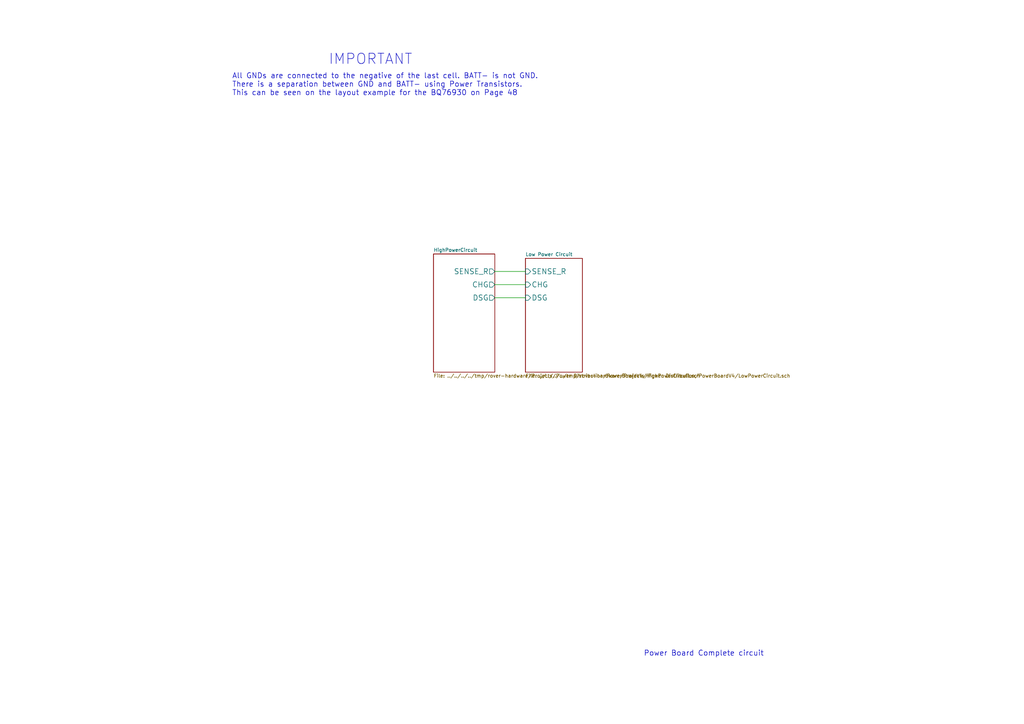
<source format=kicad_sch>
(kicad_sch (version 20230121) (generator eeschema)
  (paper "A4")
  (lib_symbols)
  (wire (pts (xy 143.51 86.36) (xy 152.4 86.36)))
  (wire (pts (xy 143.51 78.74) (xy 152.4 78.74)))
  (wire (pts (xy 143.51 82.55) (xy 152.4 82.55)))
  (text "All GNDs are connected to the negative of the last cell. BATT- is not GND. \nThere is a separation between GND and BATT- using Power Transistors. \nThis can be seen on the layout example for the BQ76930 on Page 48\n" (at 67.31 27.94 0) (effects (font (size 1.524 1.524)) (justify left bottom)))
  (text "IMPORTANT" (at 95.25 19.05 0) (effects (font (size 2.9972 2.9972)) (justify left bottom)))
  (text "Power Board Complete circuit" (at 186.69 190.5 0) (effects (font (size 1.524 1.524)) (justify left bottom)))
  (sheet (at 152.4 74.93) (size 16.51 33.02)
    (property "Sheetname" "Low Power Circuit " (at 152.4 74.3581 0) (effects (font (size 0.9906 0.9906)) (justify left bottom)))
    (property "Sheetfile" "../../../../tmp/rover-hardware/Projects/Power Distribution/PowerBoardV4/LowPowerCircuit.sch" (at 152.4 108.4228 0) (effects (font (size 0.9906 0.9906)) (justify left top)))
    (pin "SENSE_R" input (at 152.4 78.74 180) (effects (font (size 1.524 1.524))))
    (pin "CHG" input (at 152.4 82.55 180) (effects (font (size 1.524 1.524))))
    (pin "DSG" input (at 152.4 86.36 180) (effects (font (size 1.524 1.524))))
  )
  (sheet (at 125.73 73.66) (size 17.78 34.29)
    (property "Sheetname" "HighPowerCircuit" (at 125.73 73.0881 0) (effects (font (size 0.9906 0.9906)) (justify left bottom)))
    (property "Sheetfile" "../../../../tmp/rover-hardware/Projects/Power Distribution/PowerBoardV4/HighPowerCircuit.sch" (at 125.73 108.4228 0) (effects (font (size 0.9906 0.9906)) (justify left top)))
    (pin "SENSE_R" output (at 143.51 78.74 0) (effects (font (size 1.524 1.524))))
    (pin "CHG" output (at 143.51 82.55 0) (effects (font (size 1.524 1.524))))
    (pin "DSG" output (at 143.51 86.36 0) (effects (font (size 1.524 1.524))))
  )
)
</source>
